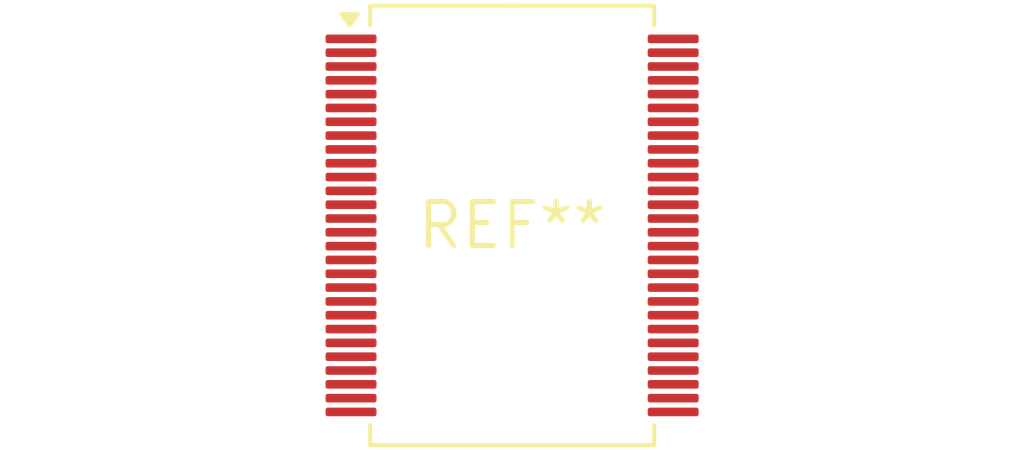
<source format=kicad_pcb>
(kicad_pcb (version 20240108) (generator pcbnew)
  (layers (0 "F.Cu" signal) (31 "B.Cu" signal) (34 "B.Paste" user) (35 "F.Paste" user) (36 "B.SilkS" user "B.Silkscreen") (37 "F.SilkS" user "F.Silkscreen") (38 "B.Mask" user) (39 "F.Mask" user) (44 "Edge.Cuts" user))
  (net 0 "")
  (footprint "TSSOP-56_8x12.5mm_P0.4mm" (layer "F.Cu") (at 0 0)
    (property "Reference" "REF**")
    (property "Value" "TSSOP-56_8x12.5mm_P0.4mm")
    (fp_line (start -4.11 -6.36) (end -4.11 -5.785) (layer "F.SilkS") (stroke (width 0.12)))
    (fp_line (start -4.11 6.36) (end -4.11 5.785) (layer "F.SilkS") (stroke (width 0.12)))
    (fp_line (start 0 -6.36) (end -4.11 -6.36) (layer "F.SilkS") (stroke (width 0.12)))
    (fp_line (start 0 -6.36) (end 4.11 -6.36) (layer "F.SilkS") (stroke (width 0.12)))
    (fp_line (start 0 6.36) (end -4.11 6.36) (layer "F.SilkS") (stroke (width 0.12)))
    (fp_line (start 0 6.36) (end 4.11 6.36) (layer "F.SilkS") (stroke (width 0.12)))
    (fp_line (start 4.11 -6.36) (end 4.11 -5.785) (layer "F.SilkS") (stroke (width 0.12)))
    (fp_line (start 4.11 6.36) (end 4.11 5.785) (layer "F.SilkS") (stroke (width 0.12)))
    (fp_poly (pts (xy -4.7 -5.785) (xy -4.94 -6.115) (xy -4.46 -6.115) (xy -4.7 -5.785)) (layer "F.SilkS") (stroke (width 0.12)) (fill solid))
    (pad "1" smd roundrect (at -4.6625 -5.4) (size 1.475 0.25) (layers "F.Cu" "F.Paste" "F.Mask"))
    (pad "2" smd roundrect (at -4.6625 -5) (size 1.475 0.25) (layers "F.Cu" "F.Paste" "F.Mask"))
    (pad "3" smd roundrect (at -4.6625 -4.6) (size 1.475 0.25) (layers "F.Cu" "F.Paste" "F.Mask"))
    (pad "4" smd roundrect (at -4.6625 -4.2) (size 1.475 0.25) (layers "F.Cu" "F.Paste" "F.Mask"))
    (pad "5" smd roundrect (at -4.6625 -3.8) (size 1.475 0.25) (layers "F.Cu" "F.Paste" "F.Mask"))
    (pad "6" smd roundrect (at -4.6625 -3.4) (size 1.475 0.25) (layers "F.Cu" "F.Paste" "F.Mask"))
    (pad "7" smd roundrect (at -4.6625 -3) (size 1.475 0.25) (layers "F.Cu" "F.Paste" "F.Mask"))
    (pad "8" smd roundrect (at -4.6625 -2.6) (size 1.475 0.25) (layers "F.Cu" "F.Paste" "F.Mask"))
    (pad "9" smd roundrect (at -4.6625 -2.2) (size 1.475 0.25) (layers "F.Cu" "F.Paste" "F.Mask"))
    (pad "10" smd roundrect (at -4.6625 -1.8) (size 1.475 0.25) (layers "F.Cu" "F.Paste" "F.Mask"))
    (pad "11" smd roundrect (at -4.6625 -1.4) (size 1.475 0.25) (layers "F.Cu" "F.Paste" "F.Mask"))
    (pad "12" smd roundrect (at -4.6625 -1) (size 1.475 0.25) (layers "F.Cu" "F.Paste" "F.Mask"))
    (pad "13" smd roundrect (at -4.6625 -0.6) (size 1.475 0.25) (layers "F.Cu" "F.Paste" "F.Mask"))
    (pad "14" smd roundrect (at -4.6625 -0.2) (size 1.475 0.25) (layers "F.Cu" "F.Paste" "F.Mask"))
    (pad "15" smd roundrect (at -4.6625 0.2) (size 1.475 0.25) (layers "F.Cu" "F.Paste" "F.Mask"))
    (pad "16" smd roundrect (at -4.6625 0.6) (size 1.475 0.25) (layers "F.Cu" "F.Paste" "F.Mask"))
    (pad "17" smd roundrect (at -4.6625 1) (size 1.475 0.25) (layers "F.Cu" "F.Paste" "F.Mask"))
    (pad "18" smd roundrect (at -4.6625 1.4) (size 1.475 0.25) (layers "F.Cu" "F.Paste" "F.Mask"))
    (pad "19" smd roundrect (at -4.6625 1.8) (size 1.475 0.25) (layers "F.Cu" "F.Paste" "F.Mask"))
    (pad "20" smd roundrect (at -4.6625 2.2) (size 1.475 0.25) (layers "F.Cu" "F.Paste" "F.Mask"))
    (pad "21" smd roundrect (at -4.6625 2.6) (size 1.475 0.25) (layers "F.Cu" "F.Paste" "F.Mask"))
    (pad "22" smd roundrect (at -4.6625 3) (size 1.475 0.25) (layers "F.Cu" "F.Paste" "F.Mask"))
    (pad "23" smd roundrect (at -4.6625 3.4) (size 1.475 0.25) (layers "F.Cu" "F.Paste" "F.Mask"))
    (pad "24" smd roundrect (at -4.6625 3.8) (size 1.475 0.25) (layers "F.Cu" "F.Paste" "F.Mask"))
    (pad "25" smd roundrect (at -4.6625 4.2) (size 1.475 0.25) (layers "F.Cu" "F.Paste" "F.Mask"))
    (pad "26" smd roundrect (at -4.6625 4.6) (size 1.475 0.25) (layers "F.Cu" "F.Paste" "F.Mask"))
    (pad "27" smd roundrect (at -4.6625 5) (size 1.475 0.25) (layers "F.Cu" "F.Paste" "F.Mask"))
    (pad "28" smd roundrect (at -4.6625 5.4) (size 1.475 0.25) (layers "F.Cu" "F.Paste" "F.Mask"))
    (pad "29" smd roundrect (at 4.6625 5.4) (size 1.475 0.25) (layers "F.Cu" "F.Paste" "F.Mask"))
    (pad "30" smd roundrect (at 4.6625 5) (size 1.475 0.25) (layers "F.Cu" "F.Paste" "F.Mask"))
    (pad "31" smd roundrect (at 4.6625 4.6) (size 1.475 0.25) (layers "F.Cu" "F.Paste" "F.Mask"))
    (pad "32" smd roundrect (at 4.6625 4.2) (size 1.475 0.25) (layers "F.Cu" "F.Paste" "F.Mask"))
    (pad "33" smd roundrect (at 4.6625 3.8) (size 1.475 0.25) (layers "F.Cu" "F.Paste" "F.Mask"))
    (pad "34" smd roundrect (at 4.6625 3.4) (size 1.475 0.25) (layers "F.Cu" "F.Paste" "F.Mask"))
    (pad "35" smd roundrect (at 4.6625 3) (size 1.475 0.25) (layers "F.Cu" "F.Paste" "F.Mask"))
    (pad "36" smd roundrect (at 4.6625 2.6) (size 1.475 0.25) (layers "F.Cu" "F.Paste" "F.Mask"))
    (pad "37" smd roundrect (at 4.6625 2.2) (size 1.475 0.25) (layers "F.Cu" "F.Paste" "F.Mask"))
    (pad "38" smd roundrect (at 4.6625 1.8) (size 1.475 0.25) (layers "F.Cu" "F.Paste" "F.Mask"))
    (pad "39" smd roundrect (at 4.6625 1.4) (size 1.475 0.25) (layers "F.Cu" "F.Paste" "F.Mask"))
    (pad "40" smd roundrect (at 4.6625 1) (size 1.475 0.25) (layers "F.Cu" "F.Paste" "F.Mask"))
    (pad "41" smd roundrect (at 4.6625 0.6) (size 1.475 0.25) (layers "F.Cu" "F.Paste" "F.Mask"))
    (pad "42" smd roundrect (at 4.6625 0.2) (size 1.475 0.25) (layers "F.Cu" "F.Paste" "F.Mask"))
    (pad "43" smd roundrect (at 4.6625 -0.2) (size 1.475 0.25) (layers "F.Cu" "F.Paste" "F.Mask"))
    (pad "44" smd roundrect (at 4.6625 -0.6) (size 1.475 0.25) (layers "F.Cu" "F.Paste" "F.Mask"))
    (pad "45" smd roundrect (at 4.6625 -1) (size 1.475 0.25) (layers "F.Cu" "F.Paste" "F.Mask"))
    (pad "46" smd roundrect (at 4.6625 -1.4) (size 1.475 0.25) (layers "F.Cu" "F.Paste" "F.Mask"))
    (pad "47" smd roundrect (at 4.6625 -1.8) (size 1.475 0.25) (layers "F.Cu" "F.Paste" "F.Mask"))
    (pad "48" smd roundrect (at 4.6625 -2.2) (size 1.475 0.25) (layers "F.Cu" "F.Paste" "F.Mask"))
    (pad "49" smd roundrect (at 4.6625 -2.6) (size 1.475 0.25) (layers "F.Cu" "F.Paste" "F.Mask"))
    (pad "50" smd roundrect (at 4.6625 -3) (size 1.475 0.25) (layers "F.Cu" "F.Paste" "F.Mask"))
    (pad "51" smd roundrect (at 4.6625 -3.4) (size 1.475 0.25) (layers "F.Cu" "F.Paste" "F.Mask"))
    (pad "52" smd roundrect (at 4.6625 -3.8) (size 1.475 0.25) (layers "F.Cu" "F.Paste" "F.Mask"))
    (pad "53" smd roundrect (at 4.6625 -4.2) (size 1.475 0.25) (layers "F.Cu" "F.Paste" "F.Mask"))
    (pad "54" smd roundrect (at 4.6625 -4.6) (size 1.475 0.25) (layers "F.Cu" "F.Paste" "F.Mask"))
    (pad "55" smd roundrect (at 4.6625 -5) (size 1.475 0.25) (layers "F.Cu" "F.Paste" "F.Mask"))
    (pad "56" smd roundrect (at 4.6625 -5.4) (size 1.475 0.25) (layers "F.Cu" "F.Paste" "F.Mask"))
  )
)
</source>
